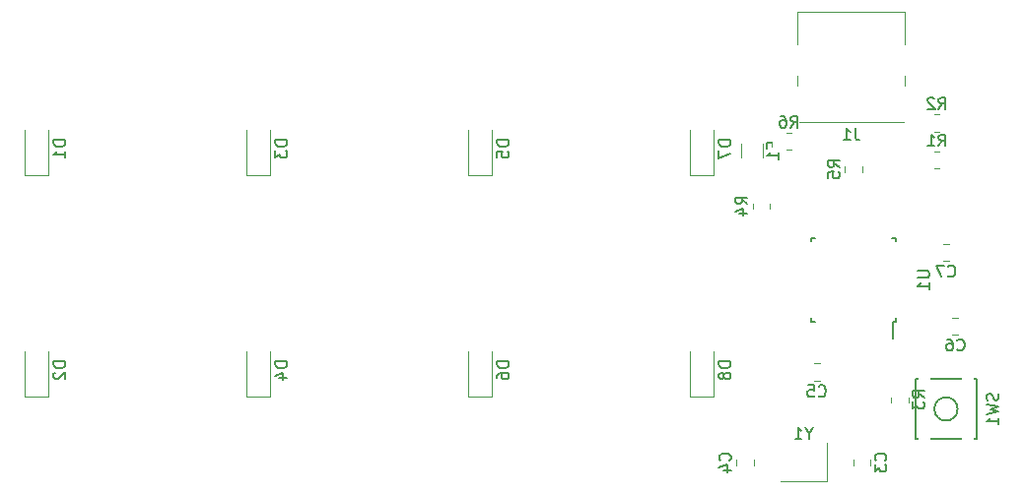
<source format=gbo>
G04 #@! TF.GenerationSoftware,KiCad,Pcbnew,(5.1.9)-1*
G04 #@! TF.CreationDate,2021-05-06T17:44:41-07:00*
G04 #@! TF.ProjectId,PCB,5043422e-6b69-4636-9164-5f7063625858,rev?*
G04 #@! TF.SameCoordinates,Original*
G04 #@! TF.FileFunction,Legend,Bot*
G04 #@! TF.FilePolarity,Positive*
%FSLAX46Y46*%
G04 Gerber Fmt 4.6, Leading zero omitted, Abs format (unit mm)*
G04 Created by KiCad (PCBNEW (5.1.9)-1) date 2021-05-06 17:44:41*
%MOMM*%
%LPD*%
G01*
G04 APERTURE LIST*
%ADD10C,0.120000*%
%ADD11C,0.150000*%
%ADD12R,0.550000X1.600000*%
%ADD13R,1.600000X0.550000*%
%ADD14C,0.700000*%
%ADD15O,0.900000X2.400000*%
%ADD16O,0.900000X1.700000*%
%ADD17C,2.200000*%
%ADD18R,1.400000X1.200000*%
%ADD19R,1.100000X1.800000*%
%ADD20C,2.250000*%
%ADD21C,3.987800*%
%ADD22C,1.750000*%
%ADD23R,1.200000X0.900000*%
G04 APERTURE END LIST*
D10*
X218019998Y-92133750D02*
X218542502Y-92133750D01*
X218019998Y-93603750D02*
X218542502Y-93603750D01*
X206113748Y-96102500D02*
X206636252Y-96102500D01*
X206113748Y-97572500D02*
X206636252Y-97572500D01*
D11*
X213175000Y-92525000D02*
X212950000Y-92525000D01*
X213175000Y-85275000D02*
X212850000Y-85275000D01*
X205925000Y-85275000D02*
X206250000Y-85275000D01*
X205925000Y-92525000D02*
X206250000Y-92525000D01*
X213175000Y-92525000D02*
X213175000Y-92200000D01*
X205925000Y-92525000D02*
X205925000Y-92200000D01*
X205925000Y-85275000D02*
X205925000Y-85600000D01*
X213175000Y-85275000D02*
X213175000Y-85600000D01*
X212950000Y-92525000D02*
X212950000Y-93950000D01*
D10*
X204755000Y-72212500D02*
X204755000Y-71312500D01*
X213945000Y-72212500D02*
X213945000Y-71312500D01*
X204755000Y-68612500D02*
X204755000Y-65882500D01*
X213945000Y-68612500D02*
X213945000Y-65882500D01*
X204875000Y-75292500D02*
X213825000Y-75292500D01*
X204755000Y-65882500D02*
X213945000Y-65882500D01*
X204220814Y-76258750D02*
X203766686Y-76258750D01*
X204220814Y-77728750D02*
X203766686Y-77728750D01*
X208815000Y-79147936D02*
X208815000Y-79602064D01*
X210285000Y-79147936D02*
X210285000Y-79602064D01*
X199908750Y-78389564D02*
X199908750Y-77185436D01*
X201728750Y-78389564D02*
X201728750Y-77185436D01*
X207237500Y-106256250D02*
X203237500Y-106256250D01*
X207237500Y-102956250D02*
X207237500Y-106256250D01*
D11*
X214887500Y-97412500D02*
X214887500Y-102612500D01*
X214887500Y-102612500D02*
X220087500Y-102612500D01*
X220087500Y-102612500D02*
X220087500Y-97412500D01*
X220087500Y-97412500D02*
X214887500Y-97412500D01*
X218487500Y-100012500D02*
G75*
G03*
X218487500Y-100012500I-1000000J0D01*
G01*
D10*
X202347500Y-82322936D02*
X202347500Y-82777064D01*
X200877500Y-82322936D02*
X200877500Y-82777064D01*
X214253750Y-99445814D02*
X214253750Y-98991686D01*
X212783750Y-99445814D02*
X212783750Y-98991686D01*
X216920814Y-74671250D02*
X216466686Y-74671250D01*
X216920814Y-76141250D02*
X216466686Y-76141250D01*
X216920814Y-77846250D02*
X216466686Y-77846250D01*
X216920814Y-79316250D02*
X216466686Y-79316250D01*
X197525000Y-98925000D02*
X195525000Y-98925000D01*
X195525000Y-98925000D02*
X195525000Y-95025000D01*
X197525000Y-98925000D02*
X197525000Y-95025000D01*
X197525000Y-79875000D02*
X195525000Y-79875000D01*
X195525000Y-79875000D02*
X195525000Y-75975000D01*
X197525000Y-79875000D02*
X197525000Y-75975000D01*
X178475000Y-98925000D02*
X176475000Y-98925000D01*
X176475000Y-98925000D02*
X176475000Y-95025000D01*
X178475000Y-98925000D02*
X178475000Y-95025000D01*
X178475000Y-79875000D02*
X176475000Y-79875000D01*
X176475000Y-79875000D02*
X176475000Y-75975000D01*
X178475000Y-79875000D02*
X178475000Y-75975000D01*
X159425000Y-98925000D02*
X157425000Y-98925000D01*
X157425000Y-98925000D02*
X157425000Y-95025000D01*
X159425000Y-98925000D02*
X159425000Y-95025000D01*
X159425000Y-79875000D02*
X157425000Y-79875000D01*
X157425000Y-79875000D02*
X157425000Y-75975000D01*
X159425000Y-79875000D02*
X159425000Y-75975000D01*
X140375000Y-98925000D02*
X138375000Y-98925000D01*
X138375000Y-98925000D02*
X138375000Y-95025000D01*
X140375000Y-98925000D02*
X140375000Y-95025000D01*
X140375000Y-79875000D02*
X138375000Y-79875000D01*
X138375000Y-79875000D02*
X138375000Y-75975000D01*
X140375000Y-79875000D02*
X140375000Y-75975000D01*
X217226248Y-85783750D02*
X217748752Y-85783750D01*
X217226248Y-87253750D02*
X217748752Y-87253750D01*
X200972500Y-104344998D02*
X200972500Y-104867502D01*
X199502500Y-104344998D02*
X199502500Y-104867502D01*
X209502500Y-104867502D02*
X209502500Y-104344998D01*
X210972500Y-104867502D02*
X210972500Y-104344998D01*
D11*
X218447916Y-94905892D02*
X218495535Y-94953511D01*
X218638392Y-95001130D01*
X218733630Y-95001130D01*
X218876488Y-94953511D01*
X218971726Y-94858273D01*
X219019345Y-94763035D01*
X219066964Y-94572559D01*
X219066964Y-94429702D01*
X219019345Y-94239226D01*
X218971726Y-94143988D01*
X218876488Y-94048750D01*
X218733630Y-94001130D01*
X218638392Y-94001130D01*
X218495535Y-94048750D01*
X218447916Y-94096369D01*
X217590773Y-94001130D02*
X217781250Y-94001130D01*
X217876488Y-94048750D01*
X217924107Y-94096369D01*
X218019345Y-94239226D01*
X218066964Y-94429702D01*
X218066964Y-94810654D01*
X218019345Y-94905892D01*
X217971726Y-94953511D01*
X217876488Y-95001130D01*
X217686011Y-95001130D01*
X217590773Y-94953511D01*
X217543154Y-94905892D01*
X217495535Y-94810654D01*
X217495535Y-94572559D01*
X217543154Y-94477321D01*
X217590773Y-94429702D01*
X217686011Y-94382083D01*
X217876488Y-94382083D01*
X217971726Y-94429702D01*
X218019345Y-94477321D01*
X218066964Y-94572559D01*
X206541666Y-98874642D02*
X206589285Y-98922261D01*
X206732142Y-98969880D01*
X206827380Y-98969880D01*
X206970238Y-98922261D01*
X207065476Y-98827023D01*
X207113095Y-98731785D01*
X207160714Y-98541309D01*
X207160714Y-98398452D01*
X207113095Y-98207976D01*
X207065476Y-98112738D01*
X206970238Y-98017500D01*
X206827380Y-97969880D01*
X206732142Y-97969880D01*
X206589285Y-98017500D01*
X206541666Y-98065119D01*
X205636904Y-97969880D02*
X206113095Y-97969880D01*
X206160714Y-98446071D01*
X206113095Y-98398452D01*
X206017857Y-98350833D01*
X205779761Y-98350833D01*
X205684523Y-98398452D01*
X205636904Y-98446071D01*
X205589285Y-98541309D01*
X205589285Y-98779404D01*
X205636904Y-98874642D01*
X205684523Y-98922261D01*
X205779761Y-98969880D01*
X206017857Y-98969880D01*
X206113095Y-98922261D01*
X206160714Y-98874642D01*
X215052380Y-88138095D02*
X215861904Y-88138095D01*
X215957142Y-88185714D01*
X216004761Y-88233333D01*
X216052380Y-88328571D01*
X216052380Y-88519047D01*
X216004761Y-88614285D01*
X215957142Y-88661904D01*
X215861904Y-88709523D01*
X215052380Y-88709523D01*
X216052380Y-89709523D02*
X216052380Y-89138095D01*
X216052380Y-89423809D02*
X215052380Y-89423809D01*
X215195238Y-89328571D01*
X215290476Y-89233333D01*
X215338095Y-89138095D01*
X209683333Y-75864880D02*
X209683333Y-76579166D01*
X209730952Y-76722023D01*
X209826190Y-76817261D01*
X209969047Y-76864880D01*
X210064285Y-76864880D01*
X208683333Y-76864880D02*
X209254761Y-76864880D01*
X208969047Y-76864880D02*
X208969047Y-75864880D01*
X209064285Y-76007738D01*
X209159523Y-76102976D01*
X209254761Y-76150595D01*
X204160416Y-75796130D02*
X204493750Y-75319940D01*
X204731845Y-75796130D02*
X204731845Y-74796130D01*
X204350892Y-74796130D01*
X204255654Y-74843750D01*
X204208035Y-74891369D01*
X204160416Y-74986607D01*
X204160416Y-75129464D01*
X204208035Y-75224702D01*
X204255654Y-75272321D01*
X204350892Y-75319940D01*
X204731845Y-75319940D01*
X203303273Y-74796130D02*
X203493750Y-74796130D01*
X203588988Y-74843750D01*
X203636607Y-74891369D01*
X203731845Y-75034226D01*
X203779464Y-75224702D01*
X203779464Y-75605654D01*
X203731845Y-75700892D01*
X203684226Y-75748511D01*
X203588988Y-75796130D01*
X203398511Y-75796130D01*
X203303273Y-75748511D01*
X203255654Y-75700892D01*
X203208035Y-75605654D01*
X203208035Y-75367559D01*
X203255654Y-75272321D01*
X203303273Y-75224702D01*
X203398511Y-75177083D01*
X203588988Y-75177083D01*
X203684226Y-75224702D01*
X203731845Y-75272321D01*
X203779464Y-75367559D01*
X208352380Y-79208333D02*
X207876190Y-78875000D01*
X208352380Y-78636904D02*
X207352380Y-78636904D01*
X207352380Y-79017857D01*
X207400000Y-79113095D01*
X207447619Y-79160714D01*
X207542857Y-79208333D01*
X207685714Y-79208333D01*
X207780952Y-79160714D01*
X207828571Y-79113095D01*
X207876190Y-79017857D01*
X207876190Y-78636904D01*
X207352380Y-80113095D02*
X207352380Y-79636904D01*
X207828571Y-79589285D01*
X207780952Y-79636904D01*
X207733333Y-79732142D01*
X207733333Y-79970238D01*
X207780952Y-80065476D01*
X207828571Y-80113095D01*
X207923809Y-80160714D01*
X208161904Y-80160714D01*
X208257142Y-80113095D01*
X208304761Y-80065476D01*
X208352380Y-79970238D01*
X208352380Y-79732142D01*
X208304761Y-79636904D01*
X208257142Y-79589285D01*
X202567321Y-77454166D02*
X202567321Y-77120833D01*
X203091130Y-77120833D02*
X202091130Y-77120833D01*
X202091130Y-77597023D01*
X203091130Y-78501785D02*
X203091130Y-77930357D01*
X203091130Y-78216071D02*
X202091130Y-78216071D01*
X202233988Y-78120833D01*
X202329226Y-78025595D01*
X202376845Y-77930357D01*
X205713690Y-102132440D02*
X205713690Y-102608630D01*
X206047023Y-101608630D02*
X205713690Y-102132440D01*
X205380357Y-101608630D01*
X204523214Y-102608630D02*
X205094642Y-102608630D01*
X204808928Y-102608630D02*
X204808928Y-101608630D01*
X204904166Y-101751488D01*
X204999404Y-101846726D01*
X205094642Y-101894345D01*
X221956261Y-98679166D02*
X222003880Y-98822023D01*
X222003880Y-99060119D01*
X221956261Y-99155357D01*
X221908642Y-99202976D01*
X221813404Y-99250595D01*
X221718166Y-99250595D01*
X221622928Y-99202976D01*
X221575309Y-99155357D01*
X221527690Y-99060119D01*
X221480071Y-98869642D01*
X221432452Y-98774404D01*
X221384833Y-98726785D01*
X221289595Y-98679166D01*
X221194357Y-98679166D01*
X221099119Y-98726785D01*
X221051500Y-98774404D01*
X221003880Y-98869642D01*
X221003880Y-99107738D01*
X221051500Y-99250595D01*
X221003880Y-99583928D02*
X222003880Y-99822023D01*
X221289595Y-100012500D01*
X222003880Y-100202976D01*
X221003880Y-100441071D01*
X222003880Y-101345833D02*
X222003880Y-100774404D01*
X222003880Y-101060119D02*
X221003880Y-101060119D01*
X221146738Y-100964880D01*
X221241976Y-100869642D01*
X221289595Y-100774404D01*
X200414880Y-82383333D02*
X199938690Y-82050000D01*
X200414880Y-81811904D02*
X199414880Y-81811904D01*
X199414880Y-82192857D01*
X199462500Y-82288095D01*
X199510119Y-82335714D01*
X199605357Y-82383333D01*
X199748214Y-82383333D01*
X199843452Y-82335714D01*
X199891071Y-82288095D01*
X199938690Y-82192857D01*
X199938690Y-81811904D01*
X199748214Y-83240476D02*
X200414880Y-83240476D01*
X199367261Y-83002380D02*
X200081547Y-82764285D01*
X200081547Y-83383333D01*
X215621130Y-99052083D02*
X215144940Y-98718750D01*
X215621130Y-98480654D02*
X214621130Y-98480654D01*
X214621130Y-98861607D01*
X214668750Y-98956845D01*
X214716369Y-99004464D01*
X214811607Y-99052083D01*
X214954464Y-99052083D01*
X215049702Y-99004464D01*
X215097321Y-98956845D01*
X215144940Y-98861607D01*
X215144940Y-98480654D01*
X214621130Y-99385416D02*
X214621130Y-100004464D01*
X215002083Y-99671130D01*
X215002083Y-99813988D01*
X215049702Y-99909226D01*
X215097321Y-99956845D01*
X215192559Y-100004464D01*
X215430654Y-100004464D01*
X215525892Y-99956845D01*
X215573511Y-99909226D01*
X215621130Y-99813988D01*
X215621130Y-99528273D01*
X215573511Y-99433035D01*
X215525892Y-99385416D01*
X216860416Y-74208630D02*
X217193750Y-73732440D01*
X217431845Y-74208630D02*
X217431845Y-73208630D01*
X217050892Y-73208630D01*
X216955654Y-73256250D01*
X216908035Y-73303869D01*
X216860416Y-73399107D01*
X216860416Y-73541964D01*
X216908035Y-73637202D01*
X216955654Y-73684821D01*
X217050892Y-73732440D01*
X217431845Y-73732440D01*
X216479464Y-73303869D02*
X216431845Y-73256250D01*
X216336607Y-73208630D01*
X216098511Y-73208630D01*
X216003273Y-73256250D01*
X215955654Y-73303869D01*
X215908035Y-73399107D01*
X215908035Y-73494345D01*
X215955654Y-73637202D01*
X216527083Y-74208630D01*
X215908035Y-74208630D01*
X216860416Y-77383630D02*
X217193750Y-76907440D01*
X217431845Y-77383630D02*
X217431845Y-76383630D01*
X217050892Y-76383630D01*
X216955654Y-76431250D01*
X216908035Y-76478869D01*
X216860416Y-76574107D01*
X216860416Y-76716964D01*
X216908035Y-76812202D01*
X216955654Y-76859821D01*
X217050892Y-76907440D01*
X217431845Y-76907440D01*
X215908035Y-77383630D02*
X216479464Y-77383630D01*
X216193750Y-77383630D02*
X216193750Y-76383630D01*
X216288988Y-76526488D01*
X216384226Y-76621726D01*
X216479464Y-76669345D01*
X198977380Y-95936904D02*
X197977380Y-95936904D01*
X197977380Y-96175000D01*
X198025000Y-96317857D01*
X198120238Y-96413095D01*
X198215476Y-96460714D01*
X198405952Y-96508333D01*
X198548809Y-96508333D01*
X198739285Y-96460714D01*
X198834523Y-96413095D01*
X198929761Y-96317857D01*
X198977380Y-96175000D01*
X198977380Y-95936904D01*
X198405952Y-97079761D02*
X198358333Y-96984523D01*
X198310714Y-96936904D01*
X198215476Y-96889285D01*
X198167857Y-96889285D01*
X198072619Y-96936904D01*
X198025000Y-96984523D01*
X197977380Y-97079761D01*
X197977380Y-97270238D01*
X198025000Y-97365476D01*
X198072619Y-97413095D01*
X198167857Y-97460714D01*
X198215476Y-97460714D01*
X198310714Y-97413095D01*
X198358333Y-97365476D01*
X198405952Y-97270238D01*
X198405952Y-97079761D01*
X198453571Y-96984523D01*
X198501190Y-96936904D01*
X198596428Y-96889285D01*
X198786904Y-96889285D01*
X198882142Y-96936904D01*
X198929761Y-96984523D01*
X198977380Y-97079761D01*
X198977380Y-97270238D01*
X198929761Y-97365476D01*
X198882142Y-97413095D01*
X198786904Y-97460714D01*
X198596428Y-97460714D01*
X198501190Y-97413095D01*
X198453571Y-97365476D01*
X198405952Y-97270238D01*
X198977380Y-76886904D02*
X197977380Y-76886904D01*
X197977380Y-77125000D01*
X198025000Y-77267857D01*
X198120238Y-77363095D01*
X198215476Y-77410714D01*
X198405952Y-77458333D01*
X198548809Y-77458333D01*
X198739285Y-77410714D01*
X198834523Y-77363095D01*
X198929761Y-77267857D01*
X198977380Y-77125000D01*
X198977380Y-76886904D01*
X197977380Y-77791666D02*
X197977380Y-78458333D01*
X198977380Y-78029761D01*
X179927380Y-95936904D02*
X178927380Y-95936904D01*
X178927380Y-96175000D01*
X178975000Y-96317857D01*
X179070238Y-96413095D01*
X179165476Y-96460714D01*
X179355952Y-96508333D01*
X179498809Y-96508333D01*
X179689285Y-96460714D01*
X179784523Y-96413095D01*
X179879761Y-96317857D01*
X179927380Y-96175000D01*
X179927380Y-95936904D01*
X178927380Y-97365476D02*
X178927380Y-97175000D01*
X178975000Y-97079761D01*
X179022619Y-97032142D01*
X179165476Y-96936904D01*
X179355952Y-96889285D01*
X179736904Y-96889285D01*
X179832142Y-96936904D01*
X179879761Y-96984523D01*
X179927380Y-97079761D01*
X179927380Y-97270238D01*
X179879761Y-97365476D01*
X179832142Y-97413095D01*
X179736904Y-97460714D01*
X179498809Y-97460714D01*
X179403571Y-97413095D01*
X179355952Y-97365476D01*
X179308333Y-97270238D01*
X179308333Y-97079761D01*
X179355952Y-96984523D01*
X179403571Y-96936904D01*
X179498809Y-96889285D01*
X179927380Y-76886904D02*
X178927380Y-76886904D01*
X178927380Y-77125000D01*
X178975000Y-77267857D01*
X179070238Y-77363095D01*
X179165476Y-77410714D01*
X179355952Y-77458333D01*
X179498809Y-77458333D01*
X179689285Y-77410714D01*
X179784523Y-77363095D01*
X179879761Y-77267857D01*
X179927380Y-77125000D01*
X179927380Y-76886904D01*
X178927380Y-78363095D02*
X178927380Y-77886904D01*
X179403571Y-77839285D01*
X179355952Y-77886904D01*
X179308333Y-77982142D01*
X179308333Y-78220238D01*
X179355952Y-78315476D01*
X179403571Y-78363095D01*
X179498809Y-78410714D01*
X179736904Y-78410714D01*
X179832142Y-78363095D01*
X179879761Y-78315476D01*
X179927380Y-78220238D01*
X179927380Y-77982142D01*
X179879761Y-77886904D01*
X179832142Y-77839285D01*
X160877380Y-95936904D02*
X159877380Y-95936904D01*
X159877380Y-96175000D01*
X159925000Y-96317857D01*
X160020238Y-96413095D01*
X160115476Y-96460714D01*
X160305952Y-96508333D01*
X160448809Y-96508333D01*
X160639285Y-96460714D01*
X160734523Y-96413095D01*
X160829761Y-96317857D01*
X160877380Y-96175000D01*
X160877380Y-95936904D01*
X160210714Y-97365476D02*
X160877380Y-97365476D01*
X159829761Y-97127380D02*
X160544047Y-96889285D01*
X160544047Y-97508333D01*
X160877380Y-76886904D02*
X159877380Y-76886904D01*
X159877380Y-77125000D01*
X159925000Y-77267857D01*
X160020238Y-77363095D01*
X160115476Y-77410714D01*
X160305952Y-77458333D01*
X160448809Y-77458333D01*
X160639285Y-77410714D01*
X160734523Y-77363095D01*
X160829761Y-77267857D01*
X160877380Y-77125000D01*
X160877380Y-76886904D01*
X159877380Y-77791666D02*
X159877380Y-78410714D01*
X160258333Y-78077380D01*
X160258333Y-78220238D01*
X160305952Y-78315476D01*
X160353571Y-78363095D01*
X160448809Y-78410714D01*
X160686904Y-78410714D01*
X160782142Y-78363095D01*
X160829761Y-78315476D01*
X160877380Y-78220238D01*
X160877380Y-77934523D01*
X160829761Y-77839285D01*
X160782142Y-77791666D01*
X141827380Y-95936904D02*
X140827380Y-95936904D01*
X140827380Y-96175000D01*
X140875000Y-96317857D01*
X140970238Y-96413095D01*
X141065476Y-96460714D01*
X141255952Y-96508333D01*
X141398809Y-96508333D01*
X141589285Y-96460714D01*
X141684523Y-96413095D01*
X141779761Y-96317857D01*
X141827380Y-96175000D01*
X141827380Y-95936904D01*
X140922619Y-96889285D02*
X140875000Y-96936904D01*
X140827380Y-97032142D01*
X140827380Y-97270238D01*
X140875000Y-97365476D01*
X140922619Y-97413095D01*
X141017857Y-97460714D01*
X141113095Y-97460714D01*
X141255952Y-97413095D01*
X141827380Y-96841666D01*
X141827380Y-97460714D01*
X141827380Y-76886904D02*
X140827380Y-76886904D01*
X140827380Y-77125000D01*
X140875000Y-77267857D01*
X140970238Y-77363095D01*
X141065476Y-77410714D01*
X141255952Y-77458333D01*
X141398809Y-77458333D01*
X141589285Y-77410714D01*
X141684523Y-77363095D01*
X141779761Y-77267857D01*
X141827380Y-77125000D01*
X141827380Y-76886904D01*
X141827380Y-78410714D02*
X141827380Y-77839285D01*
X141827380Y-78125000D02*
X140827380Y-78125000D01*
X140970238Y-78029761D01*
X141065476Y-77934523D01*
X141113095Y-77839285D01*
X217654166Y-88555892D02*
X217701785Y-88603511D01*
X217844642Y-88651130D01*
X217939880Y-88651130D01*
X218082738Y-88603511D01*
X218177976Y-88508273D01*
X218225595Y-88413035D01*
X218273214Y-88222559D01*
X218273214Y-88079702D01*
X218225595Y-87889226D01*
X218177976Y-87793988D01*
X218082738Y-87698750D01*
X217939880Y-87651130D01*
X217844642Y-87651130D01*
X217701785Y-87698750D01*
X217654166Y-87746369D01*
X217320833Y-87651130D02*
X216654166Y-87651130D01*
X217082738Y-88651130D01*
X198914642Y-104439583D02*
X198962261Y-104391964D01*
X199009880Y-104249107D01*
X199009880Y-104153869D01*
X198962261Y-104011011D01*
X198867023Y-103915773D01*
X198771785Y-103868154D01*
X198581309Y-103820535D01*
X198438452Y-103820535D01*
X198247976Y-103868154D01*
X198152738Y-103915773D01*
X198057500Y-104011011D01*
X198009880Y-104153869D01*
X198009880Y-104249107D01*
X198057500Y-104391964D01*
X198105119Y-104439583D01*
X198343214Y-105296726D02*
X199009880Y-105296726D01*
X197962261Y-105058630D02*
X198676547Y-104820535D01*
X198676547Y-105439583D01*
X212274642Y-104439583D02*
X212322261Y-104391964D01*
X212369880Y-104249107D01*
X212369880Y-104153869D01*
X212322261Y-104011011D01*
X212227023Y-103915773D01*
X212131785Y-103868154D01*
X211941309Y-103820535D01*
X211798452Y-103820535D01*
X211607976Y-103868154D01*
X211512738Y-103915773D01*
X211417500Y-104011011D01*
X211369880Y-104153869D01*
X211369880Y-104249107D01*
X211417500Y-104391964D01*
X211465119Y-104439583D01*
X211369880Y-104772916D02*
X211369880Y-105391964D01*
X211750833Y-105058630D01*
X211750833Y-105201488D01*
X211798452Y-105296726D01*
X211846071Y-105344345D01*
X211941309Y-105391964D01*
X212179404Y-105391964D01*
X212274642Y-105344345D01*
X212322261Y-105296726D01*
X212369880Y-105201488D01*
X212369880Y-104915773D01*
X212322261Y-104820535D01*
X212274642Y-104772916D01*
%LPC*%
G36*
G01*
X218731250Y-93343750D02*
X218731250Y-92393750D01*
G75*
G02*
X218981250Y-92143750I250000J0D01*
G01*
X219481250Y-92143750D01*
G75*
G02*
X219731250Y-92393750I0J-250000D01*
G01*
X219731250Y-93343750D01*
G75*
G02*
X219481250Y-93593750I-250000J0D01*
G01*
X218981250Y-93593750D01*
G75*
G02*
X218731250Y-93343750I0J250000D01*
G01*
G37*
G36*
G01*
X216831250Y-93343750D02*
X216831250Y-92393750D01*
G75*
G02*
X217081250Y-92143750I250000J0D01*
G01*
X217581250Y-92143750D01*
G75*
G02*
X217831250Y-92393750I0J-250000D01*
G01*
X217831250Y-93343750D01*
G75*
G02*
X217581250Y-93593750I-250000J0D01*
G01*
X217081250Y-93593750D01*
G75*
G02*
X216831250Y-93343750I0J250000D01*
G01*
G37*
G36*
G01*
X206825000Y-97312500D02*
X206825000Y-96362500D01*
G75*
G02*
X207075000Y-96112500I250000J0D01*
G01*
X207575000Y-96112500D01*
G75*
G02*
X207825000Y-96362500I0J-250000D01*
G01*
X207825000Y-97312500D01*
G75*
G02*
X207575000Y-97562500I-250000J0D01*
G01*
X207075000Y-97562500D01*
G75*
G02*
X206825000Y-97312500I0J250000D01*
G01*
G37*
G36*
G01*
X204925000Y-97312500D02*
X204925000Y-96362500D01*
G75*
G02*
X205175000Y-96112500I250000J0D01*
G01*
X205675000Y-96112500D01*
G75*
G02*
X205925000Y-96362500I0J-250000D01*
G01*
X205925000Y-97312500D01*
G75*
G02*
X205675000Y-97562500I-250000J0D01*
G01*
X205175000Y-97562500D01*
G75*
G02*
X204925000Y-97312500I0J250000D01*
G01*
G37*
D12*
X212350000Y-93150000D03*
X211550000Y-93150000D03*
X210750000Y-93150000D03*
X209950000Y-93150000D03*
X209150000Y-93150000D03*
X208350000Y-93150000D03*
X207550000Y-93150000D03*
X206750000Y-93150000D03*
D13*
X205300000Y-91700000D03*
X205300000Y-90900000D03*
X205300000Y-90100000D03*
X205300000Y-89300000D03*
X205300000Y-88500000D03*
X205300000Y-87700000D03*
X205300000Y-86900000D03*
X205300000Y-86100000D03*
D12*
X206750000Y-84650000D03*
X207550000Y-84650000D03*
X208350000Y-84650000D03*
X209150000Y-84650000D03*
X209950000Y-84650000D03*
X210750000Y-84650000D03*
X211550000Y-84650000D03*
X212350000Y-84650000D03*
D13*
X213800000Y-86100000D03*
X213800000Y-86900000D03*
X213800000Y-87700000D03*
X213800000Y-88500000D03*
X213800000Y-89300000D03*
X213800000Y-90100000D03*
X213800000Y-90900000D03*
X213800000Y-91700000D03*
D14*
X206375000Y-74612500D03*
X207225000Y-74612500D03*
X208075000Y-74612500D03*
X208925000Y-74612500D03*
X209775000Y-74612500D03*
X210625000Y-74612500D03*
X211475000Y-74612500D03*
X212325000Y-74612500D03*
X207225000Y-73262500D03*
X208925000Y-73262500D03*
X208075000Y-73262500D03*
X206375000Y-73262500D03*
X210625000Y-73262500D03*
X211475000Y-73262500D03*
X212325000Y-73262500D03*
X209775000Y-73262500D03*
D15*
X205025000Y-73632500D03*
X213675000Y-73632500D03*
D16*
X205025000Y-70252500D03*
X213675000Y-70252500D03*
D17*
X159543750Y-106362500D03*
X178593750Y-69850000D03*
X139700000Y-69850000D03*
G36*
G01*
X205418750Y-76543749D02*
X205418750Y-77443751D01*
G75*
G02*
X205168751Y-77693750I-249999J0D01*
G01*
X204643749Y-77693750D01*
G75*
G02*
X204393750Y-77443751I0J249999D01*
G01*
X204393750Y-76543749D01*
G75*
G02*
X204643749Y-76293750I249999J0D01*
G01*
X205168751Y-76293750D01*
G75*
G02*
X205418750Y-76543749I0J-249999D01*
G01*
G37*
G36*
G01*
X203593750Y-76543749D02*
X203593750Y-77443751D01*
G75*
G02*
X203343751Y-77693750I-249999J0D01*
G01*
X202818749Y-77693750D01*
G75*
G02*
X202568750Y-77443751I0J249999D01*
G01*
X202568750Y-76543749D01*
G75*
G02*
X202818749Y-76293750I249999J0D01*
G01*
X203343751Y-76293750D01*
G75*
G02*
X203593750Y-76543749I0J-249999D01*
G01*
G37*
G36*
G01*
X209099999Y-77950000D02*
X210000001Y-77950000D01*
G75*
G02*
X210250000Y-78199999I0J-249999D01*
G01*
X210250000Y-78725001D01*
G75*
G02*
X210000001Y-78975000I-249999J0D01*
G01*
X209099999Y-78975000D01*
G75*
G02*
X208850000Y-78725001I0J249999D01*
G01*
X208850000Y-78199999D01*
G75*
G02*
X209099999Y-77950000I249999J0D01*
G01*
G37*
G36*
G01*
X209099999Y-79775000D02*
X210000001Y-79775000D01*
G75*
G02*
X210250000Y-80024999I0J-249999D01*
G01*
X210250000Y-80550001D01*
G75*
G02*
X210000001Y-80800000I-249999J0D01*
G01*
X209099999Y-80800000D01*
G75*
G02*
X208850000Y-80550001I0J249999D01*
G01*
X208850000Y-80024999D01*
G75*
G02*
X209099999Y-79775000I249999J0D01*
G01*
G37*
G36*
G01*
X201443750Y-77012500D02*
X200193750Y-77012500D01*
G75*
G02*
X199943750Y-76762500I0J250000D01*
G01*
X199943750Y-76012500D01*
G75*
G02*
X200193750Y-75762500I250000J0D01*
G01*
X201443750Y-75762500D01*
G75*
G02*
X201693750Y-76012500I0J-250000D01*
G01*
X201693750Y-76762500D01*
G75*
G02*
X201443750Y-77012500I-250000J0D01*
G01*
G37*
G36*
G01*
X201443750Y-79812500D02*
X200193750Y-79812500D01*
G75*
G02*
X199943750Y-79562500I0J250000D01*
G01*
X199943750Y-78812500D01*
G75*
G02*
X200193750Y-78562500I250000J0D01*
G01*
X201443750Y-78562500D01*
G75*
G02*
X201693750Y-78812500I0J-250000D01*
G01*
X201693750Y-79562500D01*
G75*
G02*
X201443750Y-79812500I-250000J0D01*
G01*
G37*
D18*
X206337500Y-105456250D03*
X204137500Y-105456250D03*
X204137500Y-103756250D03*
X206337500Y-103756250D03*
D19*
X219337500Y-103112500D03*
X215637500Y-96912500D03*
X215637500Y-103112500D03*
X219337500Y-96912500D03*
G36*
G01*
X201162499Y-81125000D02*
X202062501Y-81125000D01*
G75*
G02*
X202312500Y-81374999I0J-249999D01*
G01*
X202312500Y-81900001D01*
G75*
G02*
X202062501Y-82150000I-249999J0D01*
G01*
X201162499Y-82150000D01*
G75*
G02*
X200912500Y-81900001I0J249999D01*
G01*
X200912500Y-81374999D01*
G75*
G02*
X201162499Y-81125000I249999J0D01*
G01*
G37*
G36*
G01*
X201162499Y-82950000D02*
X202062501Y-82950000D01*
G75*
G02*
X202312500Y-83199999I0J-249999D01*
G01*
X202312500Y-83725001D01*
G75*
G02*
X202062501Y-83975000I-249999J0D01*
G01*
X201162499Y-83975000D01*
G75*
G02*
X200912500Y-83725001I0J249999D01*
G01*
X200912500Y-83199999D01*
G75*
G02*
X201162499Y-82950000I249999J0D01*
G01*
G37*
G36*
G01*
X213968751Y-98818750D02*
X213068749Y-98818750D01*
G75*
G02*
X212818750Y-98568751I0J249999D01*
G01*
X212818750Y-98043749D01*
G75*
G02*
X213068749Y-97793750I249999J0D01*
G01*
X213968751Y-97793750D01*
G75*
G02*
X214218750Y-98043749I0J-249999D01*
G01*
X214218750Y-98568751D01*
G75*
G02*
X213968751Y-98818750I-249999J0D01*
G01*
G37*
G36*
G01*
X213968751Y-100643750D02*
X213068749Y-100643750D01*
G75*
G02*
X212818750Y-100393751I0J249999D01*
G01*
X212818750Y-99868749D01*
G75*
G02*
X213068749Y-99618750I249999J0D01*
G01*
X213968751Y-99618750D01*
G75*
G02*
X214218750Y-99868749I0J-249999D01*
G01*
X214218750Y-100393751D01*
G75*
G02*
X213968751Y-100643750I-249999J0D01*
G01*
G37*
G36*
G01*
X216293750Y-74956249D02*
X216293750Y-75856251D01*
G75*
G02*
X216043751Y-76106250I-249999J0D01*
G01*
X215518749Y-76106250D01*
G75*
G02*
X215268750Y-75856251I0J249999D01*
G01*
X215268750Y-74956249D01*
G75*
G02*
X215518749Y-74706250I249999J0D01*
G01*
X216043751Y-74706250D01*
G75*
G02*
X216293750Y-74956249I0J-249999D01*
G01*
G37*
G36*
G01*
X218118750Y-74956249D02*
X218118750Y-75856251D01*
G75*
G02*
X217868751Y-76106250I-249999J0D01*
G01*
X217343749Y-76106250D01*
G75*
G02*
X217093750Y-75856251I0J249999D01*
G01*
X217093750Y-74956249D01*
G75*
G02*
X217343749Y-74706250I249999J0D01*
G01*
X217868751Y-74706250D01*
G75*
G02*
X218118750Y-74956249I0J-249999D01*
G01*
G37*
G36*
G01*
X216293750Y-78131249D02*
X216293750Y-79031251D01*
G75*
G02*
X216043751Y-79281250I-249999J0D01*
G01*
X215518749Y-79281250D01*
G75*
G02*
X215268750Y-79031251I0J249999D01*
G01*
X215268750Y-78131249D01*
G75*
G02*
X215518749Y-77881250I249999J0D01*
G01*
X216043751Y-77881250D01*
G75*
G02*
X216293750Y-78131249I0J-249999D01*
G01*
G37*
G36*
G01*
X218118750Y-78131249D02*
X218118750Y-79031251D01*
G75*
G02*
X217868751Y-79281250I-249999J0D01*
G01*
X217343749Y-79281250D01*
G75*
G02*
X217093750Y-79031251I0J249999D01*
G01*
X217093750Y-78131249D01*
G75*
G02*
X217343749Y-77881250I249999J0D01*
G01*
X217868751Y-77881250D01*
G75*
G02*
X218118750Y-78131249I0J-249999D01*
G01*
G37*
G36*
G01*
X190217233Y-94091145D02*
X190216347Y-94091084D01*
G75*
G02*
X189171416Y-92891347I77403J1122334D01*
G01*
X189211416Y-92311347D01*
G75*
G02*
X190411153Y-91266416I1122334J-77403D01*
G01*
X190411153Y-91266416D01*
G75*
G02*
X191456084Y-92466153I-77403J-1122334D01*
G01*
X191416084Y-93046153D01*
G75*
G02*
X190216347Y-94091084I-1122334J77403D01*
G01*
G37*
D20*
X190333750Y-92388750D03*
G36*
G01*
X183232438Y-95766100D02*
X183232433Y-95766095D01*
G75*
G02*
X183146405Y-94177433I751317J837345D01*
G01*
X184456407Y-92717433D01*
G75*
G02*
X186045069Y-92631405I837345J-751317D01*
G01*
X186045069Y-92631405D01*
G75*
G02*
X186131097Y-94220067I-751317J-837345D01*
G01*
X184821095Y-95680067D01*
G75*
G02*
X183232433Y-95766095I-837345J751317D01*
G01*
G37*
D21*
X187793750Y-97468750D03*
D20*
X185293750Y-93468750D03*
D22*
X182713750Y-97468750D03*
X192873750Y-97468750D03*
G36*
G01*
X190217233Y-75041145D02*
X190216347Y-75041084D01*
G75*
G02*
X189171416Y-73841347I77403J1122334D01*
G01*
X189211416Y-73261347D01*
G75*
G02*
X190411153Y-72216416I1122334J-77403D01*
G01*
X190411153Y-72216416D01*
G75*
G02*
X191456084Y-73416153I-77403J-1122334D01*
G01*
X191416084Y-73996153D01*
G75*
G02*
X190216347Y-75041084I-1122334J77403D01*
G01*
G37*
D20*
X190333750Y-73338750D03*
G36*
G01*
X183232438Y-76716100D02*
X183232433Y-76716095D01*
G75*
G02*
X183146405Y-75127433I751317J837345D01*
G01*
X184456407Y-73667433D01*
G75*
G02*
X186045069Y-73581405I837345J-751317D01*
G01*
X186045069Y-73581405D01*
G75*
G02*
X186131097Y-75170067I-751317J-837345D01*
G01*
X184821095Y-76630067D01*
G75*
G02*
X183232433Y-76716095I-837345J751317D01*
G01*
G37*
D21*
X187793750Y-78418750D03*
D20*
X185293750Y-74418750D03*
D22*
X182713750Y-78418750D03*
X192873750Y-78418750D03*
G36*
G01*
X171167233Y-94091145D02*
X171166347Y-94091084D01*
G75*
G02*
X170121416Y-92891347I77403J1122334D01*
G01*
X170161416Y-92311347D01*
G75*
G02*
X171361153Y-91266416I1122334J-77403D01*
G01*
X171361153Y-91266416D01*
G75*
G02*
X172406084Y-92466153I-77403J-1122334D01*
G01*
X172366084Y-93046153D01*
G75*
G02*
X171166347Y-94091084I-1122334J77403D01*
G01*
G37*
D20*
X171283750Y-92388750D03*
G36*
G01*
X164182438Y-95766100D02*
X164182433Y-95766095D01*
G75*
G02*
X164096405Y-94177433I751317J837345D01*
G01*
X165406407Y-92717433D01*
G75*
G02*
X166995069Y-92631405I837345J-751317D01*
G01*
X166995069Y-92631405D01*
G75*
G02*
X167081097Y-94220067I-751317J-837345D01*
G01*
X165771095Y-95680067D01*
G75*
G02*
X164182433Y-95766095I-837345J751317D01*
G01*
G37*
D21*
X168743750Y-97468750D03*
D20*
X166243750Y-93468750D03*
D22*
X163663750Y-97468750D03*
X173823750Y-97468750D03*
G36*
G01*
X171167233Y-75041145D02*
X171166347Y-75041084D01*
G75*
G02*
X170121416Y-73841347I77403J1122334D01*
G01*
X170161416Y-73261347D01*
G75*
G02*
X171361153Y-72216416I1122334J-77403D01*
G01*
X171361153Y-72216416D01*
G75*
G02*
X172406084Y-73416153I-77403J-1122334D01*
G01*
X172366084Y-73996153D01*
G75*
G02*
X171166347Y-75041084I-1122334J77403D01*
G01*
G37*
D20*
X171283750Y-73338750D03*
G36*
G01*
X164182438Y-76716100D02*
X164182433Y-76716095D01*
G75*
G02*
X164096405Y-75127433I751317J837345D01*
G01*
X165406407Y-73667433D01*
G75*
G02*
X166995069Y-73581405I837345J-751317D01*
G01*
X166995069Y-73581405D01*
G75*
G02*
X167081097Y-75170067I-751317J-837345D01*
G01*
X165771095Y-76630067D01*
G75*
G02*
X164182433Y-76716095I-837345J751317D01*
G01*
G37*
D21*
X168743750Y-78418750D03*
D20*
X166243750Y-74418750D03*
D22*
X163663750Y-78418750D03*
X173823750Y-78418750D03*
G36*
G01*
X152117233Y-94091145D02*
X152116347Y-94091084D01*
G75*
G02*
X151071416Y-92891347I77403J1122334D01*
G01*
X151111416Y-92311347D01*
G75*
G02*
X152311153Y-91266416I1122334J-77403D01*
G01*
X152311153Y-91266416D01*
G75*
G02*
X153356084Y-92466153I-77403J-1122334D01*
G01*
X153316084Y-93046153D01*
G75*
G02*
X152116347Y-94091084I-1122334J77403D01*
G01*
G37*
D20*
X152233750Y-92388750D03*
G36*
G01*
X145132438Y-95766100D02*
X145132433Y-95766095D01*
G75*
G02*
X145046405Y-94177433I751317J837345D01*
G01*
X146356407Y-92717433D01*
G75*
G02*
X147945069Y-92631405I837345J-751317D01*
G01*
X147945069Y-92631405D01*
G75*
G02*
X148031097Y-94220067I-751317J-837345D01*
G01*
X146721095Y-95680067D01*
G75*
G02*
X145132433Y-95766095I-837345J751317D01*
G01*
G37*
D21*
X149693750Y-97468750D03*
D20*
X147193750Y-93468750D03*
D22*
X144613750Y-97468750D03*
X154773750Y-97468750D03*
G36*
G01*
X152117233Y-75041145D02*
X152116347Y-75041084D01*
G75*
G02*
X151071416Y-73841347I77403J1122334D01*
G01*
X151111416Y-73261347D01*
G75*
G02*
X152311153Y-72216416I1122334J-77403D01*
G01*
X152311153Y-72216416D01*
G75*
G02*
X153356084Y-73416153I-77403J-1122334D01*
G01*
X153316084Y-73996153D01*
G75*
G02*
X152116347Y-75041084I-1122334J77403D01*
G01*
G37*
D20*
X152233750Y-73338750D03*
G36*
G01*
X145132438Y-76716100D02*
X145132433Y-76716095D01*
G75*
G02*
X145046405Y-75127433I751317J837345D01*
G01*
X146356407Y-73667433D01*
G75*
G02*
X147945069Y-73581405I837345J-751317D01*
G01*
X147945069Y-73581405D01*
G75*
G02*
X148031097Y-75170067I-751317J-837345D01*
G01*
X146721095Y-76630067D01*
G75*
G02*
X145132433Y-76716095I-837345J751317D01*
G01*
G37*
D21*
X149693750Y-78418750D03*
D20*
X147193750Y-74418750D03*
D22*
X144613750Y-78418750D03*
X154773750Y-78418750D03*
G36*
G01*
X133067233Y-94091145D02*
X133066347Y-94091084D01*
G75*
G02*
X132021416Y-92891347I77403J1122334D01*
G01*
X132061416Y-92311347D01*
G75*
G02*
X133261153Y-91266416I1122334J-77403D01*
G01*
X133261153Y-91266416D01*
G75*
G02*
X134306084Y-92466153I-77403J-1122334D01*
G01*
X134266084Y-93046153D01*
G75*
G02*
X133066347Y-94091084I-1122334J77403D01*
G01*
G37*
D20*
X133183750Y-92388750D03*
G36*
G01*
X126082438Y-95766100D02*
X126082433Y-95766095D01*
G75*
G02*
X125996405Y-94177433I751317J837345D01*
G01*
X127306407Y-92717433D01*
G75*
G02*
X128895069Y-92631405I837345J-751317D01*
G01*
X128895069Y-92631405D01*
G75*
G02*
X128981097Y-94220067I-751317J-837345D01*
G01*
X127671095Y-95680067D01*
G75*
G02*
X126082433Y-95766095I-837345J751317D01*
G01*
G37*
D21*
X130643750Y-97468750D03*
D20*
X128143750Y-93468750D03*
D22*
X125563750Y-97468750D03*
X135723750Y-97468750D03*
G36*
G01*
X133067233Y-75041145D02*
X133066347Y-75041084D01*
G75*
G02*
X132021416Y-73841347I77403J1122334D01*
G01*
X132061416Y-73261347D01*
G75*
G02*
X133261153Y-72216416I1122334J-77403D01*
G01*
X133261153Y-72216416D01*
G75*
G02*
X134306084Y-73416153I-77403J-1122334D01*
G01*
X134266084Y-73996153D01*
G75*
G02*
X133066347Y-75041084I-1122334J77403D01*
G01*
G37*
D20*
X133183750Y-73338750D03*
G36*
G01*
X126082438Y-76716100D02*
X126082433Y-76716095D01*
G75*
G02*
X125996405Y-75127433I751317J837345D01*
G01*
X127306407Y-73667433D01*
G75*
G02*
X128895069Y-73581405I837345J-751317D01*
G01*
X128895069Y-73581405D01*
G75*
G02*
X128981097Y-75170067I-751317J-837345D01*
G01*
X127671095Y-76630067D01*
G75*
G02*
X126082433Y-76716095I-837345J751317D01*
G01*
G37*
D21*
X130643750Y-78418750D03*
D20*
X128143750Y-74418750D03*
D22*
X125563750Y-78418750D03*
X135723750Y-78418750D03*
D23*
X196525000Y-95025000D03*
X196525000Y-98325000D03*
X196525000Y-75975000D03*
X196525000Y-79275000D03*
X177475000Y-95025000D03*
X177475000Y-98325000D03*
X177475000Y-75975000D03*
X177475000Y-79275000D03*
X158425000Y-95025000D03*
X158425000Y-98325000D03*
X158425000Y-75975000D03*
X158425000Y-79275000D03*
X139375000Y-95025000D03*
X139375000Y-98325000D03*
X139375000Y-75975000D03*
X139375000Y-79275000D03*
G36*
G01*
X216037500Y-86993750D02*
X216037500Y-86043750D01*
G75*
G02*
X216287500Y-85793750I250000J0D01*
G01*
X216787500Y-85793750D01*
G75*
G02*
X217037500Y-86043750I0J-250000D01*
G01*
X217037500Y-86993750D01*
G75*
G02*
X216787500Y-87243750I-250000J0D01*
G01*
X216287500Y-87243750D01*
G75*
G02*
X216037500Y-86993750I0J250000D01*
G01*
G37*
G36*
G01*
X217937500Y-86993750D02*
X217937500Y-86043750D01*
G75*
G02*
X218187500Y-85793750I250000J0D01*
G01*
X218687500Y-85793750D01*
G75*
G02*
X218937500Y-86043750I0J-250000D01*
G01*
X218937500Y-86993750D01*
G75*
G02*
X218687500Y-87243750I-250000J0D01*
G01*
X218187500Y-87243750D01*
G75*
G02*
X217937500Y-86993750I0J250000D01*
G01*
G37*
G36*
G01*
X199762500Y-103156250D02*
X200712500Y-103156250D01*
G75*
G02*
X200962500Y-103406250I0J-250000D01*
G01*
X200962500Y-103906250D01*
G75*
G02*
X200712500Y-104156250I-250000J0D01*
G01*
X199762500Y-104156250D01*
G75*
G02*
X199512500Y-103906250I0J250000D01*
G01*
X199512500Y-103406250D01*
G75*
G02*
X199762500Y-103156250I250000J0D01*
G01*
G37*
G36*
G01*
X199762500Y-105056250D02*
X200712500Y-105056250D01*
G75*
G02*
X200962500Y-105306250I0J-250000D01*
G01*
X200962500Y-105806250D01*
G75*
G02*
X200712500Y-106056250I-250000J0D01*
G01*
X199762500Y-106056250D01*
G75*
G02*
X199512500Y-105806250I0J250000D01*
G01*
X199512500Y-105306250D01*
G75*
G02*
X199762500Y-105056250I250000J0D01*
G01*
G37*
G36*
G01*
X210712500Y-106056250D02*
X209762500Y-106056250D01*
G75*
G02*
X209512500Y-105806250I0J250000D01*
G01*
X209512500Y-105306250D01*
G75*
G02*
X209762500Y-105056250I250000J0D01*
G01*
X210712500Y-105056250D01*
G75*
G02*
X210962500Y-105306250I0J-250000D01*
G01*
X210962500Y-105806250D01*
G75*
G02*
X210712500Y-106056250I-250000J0D01*
G01*
G37*
G36*
G01*
X210712500Y-104156250D02*
X209762500Y-104156250D01*
G75*
G02*
X209512500Y-103906250I0J250000D01*
G01*
X209512500Y-103406250D01*
G75*
G02*
X209762500Y-103156250I250000J0D01*
G01*
X210712500Y-103156250D01*
G75*
G02*
X210962500Y-103406250I0J-250000D01*
G01*
X210962500Y-103906250D01*
G75*
G02*
X210712500Y-104156250I-250000J0D01*
G01*
G37*
M02*

</source>
